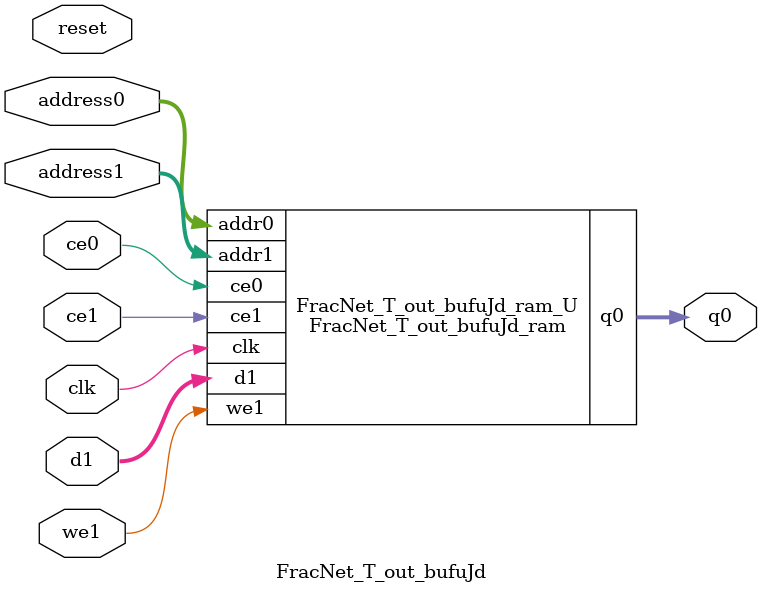
<source format=v>
`timescale 1 ns / 1 ps
module FracNet_T_out_bufuJd_ram (addr0, ce0, q0, addr1, ce1, d1, we1,  clk);

parameter DWIDTH = 16;
parameter AWIDTH = 11;
parameter MEM_SIZE = 1089;

input[AWIDTH-1:0] addr0;
input ce0;
output reg[DWIDTH-1:0] q0;
input[AWIDTH-1:0] addr1;
input ce1;
input[DWIDTH-1:0] d1;
input we1;
input clk;

(* ram_style = "block" *)reg [DWIDTH-1:0] ram[0:MEM_SIZE-1];




always @(posedge clk)  
begin 
    if (ce0) begin
        q0 <= ram[addr0];
    end
end


always @(posedge clk)  
begin 
    if (ce1) begin
        if (we1) 
            ram[addr1] <= d1; 
    end
end


endmodule

`timescale 1 ns / 1 ps
module FracNet_T_out_bufuJd(
    reset,
    clk,
    address0,
    ce0,
    q0,
    address1,
    ce1,
    we1,
    d1);

parameter DataWidth = 32'd16;
parameter AddressRange = 32'd1089;
parameter AddressWidth = 32'd11;
input reset;
input clk;
input[AddressWidth - 1:0] address0;
input ce0;
output[DataWidth - 1:0] q0;
input[AddressWidth - 1:0] address1;
input ce1;
input we1;
input[DataWidth - 1:0] d1;



FracNet_T_out_bufuJd_ram FracNet_T_out_bufuJd_ram_U(
    .clk( clk ),
    .addr0( address0 ),
    .ce0( ce0 ),
    .q0( q0 ),
    .addr1( address1 ),
    .ce1( ce1 ),
    .we1( we1 ),
    .d1( d1 ));

endmodule


</source>
